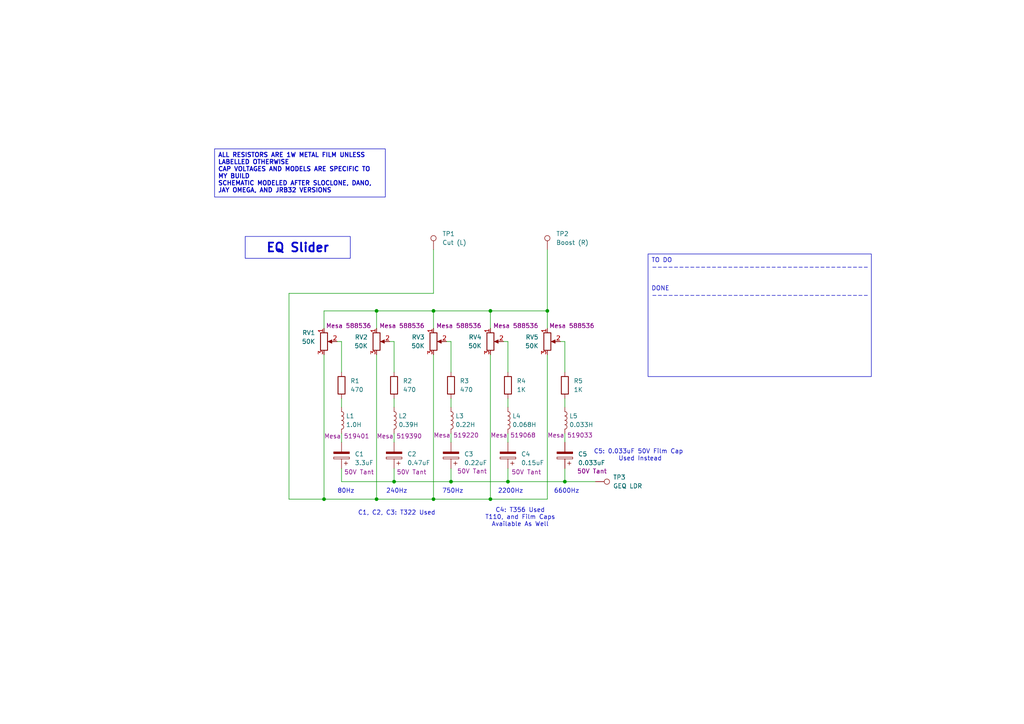
<source format=kicad_sch>
(kicad_sch (version 20250114) (generator "eeschema") (generator_version "9.0")
  (paper "A4")
  (lib_symbols
    (symbol "Connector:TestPoint" (pin_numbers (hide yes)) (pin_names (offset 0.762) (hide yes))
      (property "Reference" "TP" (at 0 6.858 0))
      (property "Value" "TestPoint" (at 0 5.08 0))
      (symbol "TestPoint_0_1"
        (circle (center 0 3.302) (radius 0.762))
      )
      (symbol "TestPoint_1_1"
        (pin passive line (at 0 0 90) (length 2.54) (name "1") (number "1"))
      )
    )
    (symbol "Device:C_Polarized" (pin_numbers (hide yes)) (pin_names (offset 0.254))
      (property "Reference" "C" (at 0.635 2.54 0))
      (property "Value" "C_Polarized" (at 0.635 -2.54 0))
      (symbol "C_Polarized_0_1"
        (rectangle (start -2.286 0.508) (end 2.286 1.016))
        (polyline (pts (xy -1.778 2.286) (xy -0.762 2.286)))
        (polyline (pts (xy -1.27 2.794) (xy -1.27 1.778)))
        (rectangle (start 2.286 -0.508) (end -2.286 -1.016) (fill (type outline)))
      )
      (symbol "C_Polarized_1_1"
        (pin passive line (at 0 3.81 270) (length 2.794) (name "~") (number "1"))
        (pin passive line (at 0 -3.81 90) (length 2.794) (name "~") (number "2"))
      )
    )
    (symbol "Device:L" (pin_numbers (hide yes)) (pin_names (offset 1.016) (hide yes))
      (property "Reference" "L" (at -1.27 0 90))
      (property "Value" "L" (at 1.905 0 90))
      (symbol "L_0_1"
        (arc (start 0 2.54) (mid 0.6323 1.905) (end 0 1.27))
        (arc (start 0 1.27) (mid 0.6323 0.635) (end 0 0))
        (arc (start 0 0) (mid 0.6323 -0.635) (end 0 -1.27))
        (arc (start 0 -1.27) (mid 0.6323 -1.905) (end 0 -2.54))
      )
      (symbol "L_1_1"
        (pin passive line (at 0 3.81 270) (length 1.27) (name "1") (number "1"))
        (pin passive line (at 0 -3.81 90) (length 1.27) (name "2") (number "2"))
      )
    )
    (symbol "Device:R" (pin_numbers (hide yes)) (pin_names (offset 0))
      (property "Reference" "R" (at 2.032 0 90))
      (property "Value" "R" (at 0 0 90))
      (symbol "R_0_1"
        (rectangle (start -1.016 -2.54) (end 1.016 2.54) (stroke (width 0.254)))
      )
      (symbol "R_1_1"
        (pin passive line (at 0 3.81 270) (length 1.27) (name "~") (number "1"))
        (pin passive line (at 0 -3.81 90) (length 1.27) (name "~") (number "2"))
      )
    )
    (symbol "Device:R_Potentiometer" (pin_names (offset 1.016) (hide yes))
      (property "Reference" "RV" (at -4.445 0 90))
      (property "Value" "R_Potentiometer" (at -2.54 0 90))
      (symbol "R_Potentiometer_0_1"
        (rectangle (start 1.016 2.54) (end -1.016 -2.54) (stroke (width 0.254)))
        (polyline (pts (xy 1.143 0) (xy 2.286 0.508) (xy 2.286 -0.508) (xy 1.143 0)) (fill (type outline)))
        (polyline (pts (xy 2.54 0) (xy 1.524 0)))
      )
      (symbol "R_Potentiometer_1_1"
        (pin passive line (at 0 3.81 270) (length 1.27) (name "1") (number "1"))
        (pin passive line (at 0 -3.81 90) (length 1.27) (name "3") (number "3"))
        (pin passive line (at 3.81 0 180) (length 1.27) (name "2") (number "2"))
      )
    )
  )
  (text "C5: 0.033uF 50V Film Cap \nUsed Instead" (at 185.674 132.08 0) (effects (font (size 1.27 1.27))))
  (text "750Hz" (at 131.318 142.494 0) (effects (font (size 1.27 1.27))))
  (text "80Hz" (at 100.33 142.494 0) (effects (font (size 1.27 1.27))))
  (text "240Hz" (at 115.062 142.494 0) (effects (font (size 1.27 1.27))))
  (text "6600Hz" (at 164.338 142.494 0) (effects (font (size 1.27 1.27))))
  (text "C4: T356 Used\nT110, and Film Caps\nAvailable As Well" (at 150.876 150.114 0) (effects (font (size 1.27 1.27))))
  (text "2200Hz" (at 148.082 142.494 0) (effects (font (size 1.27 1.27))))
  (text "C1, C2, C3: T322 Used" (at 115.062 148.844 0) (effects (font (size 1.27 1.27))))
  (text_box "ALL RESISTORS ARE 1W METAL FILM UNLESS LABELLED OTHERWISE\nCAP VOLTAGES AND MODELS ARE SPECIFIC TO MY BUILD\nSCHEMATIC MODELED AFTER SLOCLONE, DANO, JAY OMEGA, AND JRB32 VERSIONS" (at 62.23 43.18 0) (size 49.53 13.97) (margins 0.9525 0.9525 0.9525 0.9525) (effects (font (size 1.27 1.27) (thickness 0.254) (bold yes)) (justify left top)))
  (text_box "TO DO\n----------------------------------------\n\n\nDONE\n----------------------------------------\n" (at 187.96 73.66 0) (size 64.77 35.56) (margins 0.9525 0.9525 0.9525 0.9525) (effects (font (size 1.27 1.27)) (justify left top)))
  (text_box "EQ Slider" (at 71.12 68.58 0) (size 30.48 6.35) (margins 0.9525 0.9525 0.9525 0.9525) (effects (font (size 2.54 2.54) (thickness 0.508) (bold yes))))
  (junction (at 109.22 90.17))
  (junction (at 142.24 144.78))
  (junction (at 93.98 144.78))
  (junction (at 130.81 139.7))
  (junction (at 114.3 139.7))
  (junction (at 109.22 144.78))
  (junction (at 163.83 139.7))
  (junction (at 147.32 139.7))
  (junction (at 142.24 90.17))
  (junction (at 125.73 144.78))
  (junction (at 125.73 90.17))
  (junction (at 158.75 90.17))
  (wire (pts (xy 147.32 118.11) (xy 147.32 115.57)))
  (wire (pts (xy 163.83 99.06) (xy 163.83 107.95)))
  (wire (pts (xy 129.54 99.06) (xy 130.81 99.06)))
  (wire (pts (xy 163.83 135.89) (xy 163.83 139.7)))
  (wire (pts (xy 147.32 125.73) (xy 147.32 128.27)))
  (wire (pts (xy 163.83 125.73) (xy 163.83 128.27)))
  (wire (pts (xy 125.73 72.39) (xy 125.73 85.09)))
  (wire (pts (xy 158.75 90.17) (xy 158.75 72.39)))
  (wire (pts (xy 83.82 85.09) (xy 83.82 144.78)))
  (wire (pts (xy 130.81 125.73) (xy 130.81 128.27)))
  (wire (pts (xy 147.32 99.06) (xy 147.32 107.95)))
  (wire (pts (xy 158.75 90.17) (xy 158.75 95.25)))
  (wire (pts (xy 114.3 115.57) (xy 114.3 118.11)))
  (wire (pts (xy 130.81 118.11) (xy 130.81 115.57)))
  (wire (pts (xy 146.05 99.06) (xy 147.32 99.06)))
  (wire (pts (xy 114.3 125.73) (xy 114.3 128.27)))
  (wire (pts (xy 130.81 139.7) (xy 147.32 139.7)))
  (wire (pts (xy 109.22 102.87) (xy 109.22 144.78)))
  (wire (pts (xy 142.24 144.78) (xy 158.75 144.78)))
  (wire (pts (xy 99.06 125.73) (xy 99.06 128.27)))
  (wire (pts (xy 109.22 90.17) (xy 109.22 95.25)))
  (wire (pts (xy 83.82 144.78) (xy 93.98 144.78)))
  (wire (pts (xy 93.98 144.78) (xy 109.22 144.78)))
  (wire (pts (xy 99.06 139.7) (xy 114.3 139.7)))
  (wire (pts (xy 162.56 99.06) (xy 163.83 99.06)))
  (wire (pts (xy 114.3 99.06) (xy 114.3 107.95)))
  (wire (pts (xy 142.24 102.87) (xy 142.24 144.78)))
  (wire (pts (xy 125.73 85.09) (xy 83.82 85.09)))
  (wire (pts (xy 163.83 118.11) (xy 163.83 115.57)))
  (wire (pts (xy 125.73 90.17) (xy 142.24 90.17)))
  (wire (pts (xy 99.06 135.89) (xy 99.06 139.7)))
  (wire (pts (xy 93.98 95.25) (xy 93.98 90.17)))
  (wire (pts (xy 125.73 102.87) (xy 125.73 144.78)))
  (wire (pts (xy 130.81 135.89) (xy 130.81 139.7)))
  (wire (pts (xy 147.32 135.89) (xy 147.32 139.7)))
  (wire (pts (xy 99.06 118.11) (xy 99.06 115.57)))
  (wire (pts (xy 163.83 139.7) (xy 172.72 139.7)))
  (wire (pts (xy 125.73 90.17) (xy 125.73 95.25)))
  (wire (pts (xy 130.81 99.06) (xy 130.81 107.95)))
  (wire (pts (xy 142.24 90.17) (xy 142.24 95.25)))
  (wire (pts (xy 93.98 90.17) (xy 109.22 90.17)))
  (wire (pts (xy 125.73 144.78) (xy 142.24 144.78)))
  (wire (pts (xy 99.06 99.06) (xy 99.06 107.95)))
  (wire (pts (xy 113.03 99.06) (xy 114.3 99.06)))
  (wire (pts (xy 109.22 90.17) (xy 125.73 90.17)))
  (wire (pts (xy 109.22 144.78) (xy 125.73 144.78)))
  (wire (pts (xy 147.32 139.7) (xy 163.83 139.7)))
  (wire (pts (xy 158.75 144.78) (xy 158.75 102.87)))
  (wire (pts (xy 99.06 99.06) (xy 97.79 99.06)))
  (wire (pts (xy 114.3 139.7) (xy 130.81 139.7)))
  (wire (pts (xy 114.3 135.89) (xy 114.3 139.7)))
  (wire (pts (xy 142.24 90.17) (xy 158.75 90.17)))
  (wire (pts (xy 93.98 102.87) (xy 93.98 144.78)))
  (symbol (lib_id "Device:L") (at 99.06 121.92 0) (unit 1)
    (property "Reference" "L1" (at 100.33 120.6499 0) (effects (justify left)))
    (property "Value" "1.0H" (at 100.33 123.1899 0) (effects (justify left)))
    (property "Footprint" "HiroFootprints:MB Inductor" (effects (hide yes)))
    (property "Description" "Inductor" (effects (hide yes)))
    (property "Notes" "Mesa 519401" (at 100.584 126.492 0))
  )
  (symbol (lib_id "Device:R") (at 147.32 111.76 0) (unit 1)
    (property "Reference" "R4" (at 149.86 110.4899 0) (effects (justify left)))
    (property "Value" "1K" (at 149.86 113.0299 0) (effects (justify left)))
    (property "Footprint" "Resistor_THT:R_Axial_DIN0411_L9.9mm_D3.6mm_P15.24mm_Horizontal" (effects (hide yes)))
    (property "Description" "Resistor" (effects (hide yes)))
  )
  (symbol (lib_id "Device:L") (at 114.3 121.92 0) (unit 1)
    (property "Reference" "L2" (at 115.57 120.6499 0) (effects (justify left)))
    (property "Value" "0.39H" (at 115.57 123.1899 0) (effects (justify left)))
    (property "Footprint" "HiroFootprints:MB Inductor" (effects (hide yes)))
    (property "Description" "Inductor" (effects (hide yes)))
    (property "Notes" "Mesa 519390" (at 115.824 126.492 0))
  )
  (symbol (lib_id "Device:R") (at 99.06 111.76 0) (unit 1)
    (property "Reference" "R1" (at 101.6 110.4899 0) (effects (justify left)))
    (property "Value" "470" (at 101.6 113.0299 0) (effects (justify left)))
    (property "Footprint" "Resistor_THT:R_Axial_DIN0411_L9.9mm_D3.6mm_P15.24mm_Horizontal" (effects (hide yes)))
    (property "Description" "Resistor" (effects (hide yes)))
  )
  (symbol (lib_id "Device:C_Polarized") (at 147.32 132.08 180) (unit 1)
    (property "Reference" "C4" (at 151.13 131.6989 0) (effects (justify right)))
    (property "Value" "0.15uF" (at 151.13 134.2389 0) (effects (justify right)))
    (property "Footprint" "Capacitor_THT:CP_Radial_Tantal_D4.5mm_P5.00mm" (effects (hide yes)))
    (property "Description" "Polarized capacitor" (effects (hide yes)))
    (property "Notes" "50V Tant" (at 152.654 136.906 0))
  )
  (symbol (lib_id "Connector:TestPoint") (at 172.72 139.7 270) (unit 1)
    (property "Reference" "TP3" (at 177.8 138.4299 90) (effects (justify left)))
    (property "Value" "GEQ LDR" (at 177.8 140.9699 90) (effects (justify left)))
    (property "Footprint" "HiroFootprints:Out_Hole_3.4_1.8" (effects (hide yes)))
    (property "Description" "test point" (effects (hide yes)))
  )
  (symbol (lib_id "Device:C_Polarized") (at 163.83 132.08 180) (unit 1)
    (property "Reference" "C5" (at 167.64 131.6989 0) (effects (justify right)))
    (property "Value" "0.033uF" (at 167.64 134.2389 0) (effects (justify right)))
    (property "Footprint" "Capacitor_THT:C_Rect_L7.2mm_W2.5mm_P5.00mm_FKS2_FKP2_MKS2_MKP2" (effects (hide yes)))
    (property "Description" "Polarized capacitor" (effects (hide yes)))
    (property "Notes" "50V Tant" (at 171.704 136.652 0))
  )
  (symbol (lib_id "Device:R_Potentiometer") (at 158.75 99.06 0) (unit 1)
    (property "Reference" "RV5" (at 156.21 97.7899 0) (effects (justify right)))
    (property "Value" "50K" (at 156.21 100.3299 0) (effects (justify right)))
    (property "Footprint" "HiroFootprints:Mesa 588536" (effects (hide yes)))
    (property "Description" "Potentiometer" (effects (hide yes)))
    (property "Notes" "Mesa 588536" (at 165.862 94.488 0))
  )
  (symbol (lib_id "Device:R_Potentiometer") (at 142.24 99.06 0) (unit 1)
    (property "Reference" "RV4" (at 139.7 97.7899 0) (effects (justify right)))
    (property "Value" "50K" (at 139.7 100.3299 0) (effects (justify right)))
    (property "Footprint" "HiroFootprints:Mesa 588536" (effects (hide yes)))
    (property "Description" "Potentiometer" (effects (hide yes)))
    (property "Notes" "Mesa 588536" (at 149.606 94.488 0))
  )
  (symbol (lib_id "Device:R") (at 130.81 111.76 0) (unit 1)
    (property "Reference" "R3" (at 133.35 110.4899 0) (effects (justify left)))
    (property "Value" "470" (at 133.35 113.0299 0) (effects (justify left)))
    (property "Footprint" "Resistor_THT:R_Axial_DIN0411_L9.9mm_D3.6mm_P15.24mm_Horizontal" (effects (hide yes)))
    (property "Description" "Resistor" (effects (hide yes)))
  )
  (symbol (lib_id "Device:L") (at 163.83 121.92 0) (unit 1)
    (property "Reference" "L5" (at 165.1 120.6499 0) (effects (justify left)))
    (property "Value" "0.033H" (at 165.1 123.1899 0) (effects (justify left)))
    (property "Footprint" "HiroFootprints:MB Inductor" (effects (hide yes)))
    (property "Description" "Inductor" (effects (hide yes)))
    (property "Notes" "Mesa 519033" (at 165.354 126.238 0))
  )
  (symbol (lib_id "Device:L") (at 130.81 121.92 0) (unit 1)
    (property "Reference" "L3" (at 132.08 120.6499 0) (effects (justify left)))
    (property "Value" "0.22H" (at 132.08 123.1899 0) (effects (justify left)))
    (property "Footprint" "HiroFootprints:MB Inductor" (effects (hide yes)))
    (property "Description" "Inductor" (effects (hide yes)))
    (property "Notes" "Mesa 519220" (at 132.334 126.238 0))
  )
  (symbol (lib_id "Device:C_Polarized") (at 114.3 132.08 180) (unit 1)
    (property "Reference" "C2" (at 118.11 131.6989 0) (effects (justify right)))
    (property "Value" "0.47uF" (at 118.11 134.2389 0) (effects (justify right)))
    (property "Footprint" "Capacitor_THT:CP_Axial_L10.0mm_D4.5mm_P15.00mm_Horizontal" (effects (hide yes)))
    (property "Description" "Polarized capacitor" (effects (hide yes)))
    (property "Notes" "50V Tant" (at 119.38 136.906 0))
  )
  (symbol (lib_id "Device:R_Potentiometer") (at 93.98 99.06 0) (unit 1)
    (property "Reference" "RV1" (at 91.44 96.5199 0) (effects (justify right)))
    (property "Value" "50K" (at 91.44 99.0599 0) (effects (justify right)))
    (property "Footprint" "HiroFootprints:Mesa 588536" (effects (hide yes)))
    (property "Description" "Potentiometer" (effects (hide yes)))
    (property "Notes" "Mesa 588536" (at 107.696 94.488 0) (effects (justify right)))
  )
  (symbol (lib_id "Device:R_Potentiometer") (at 109.22 99.06 0) (unit 1)
    (property "Reference" "RV2" (at 106.68 97.7899 0) (effects (justify right)))
    (property "Value" "50K" (at 106.68 100.3299 0) (effects (justify right)))
    (property "Footprint" "HiroFootprints:Mesa 588536" (effects (hide yes)))
    (property "Description" "Potentiometer" (effects (hide yes)))
    (property "Notes" "Mesa 588536" (at 116.586 94.488 0))
  )
  (symbol (lib_id "Device:R") (at 163.83 111.76 0) (unit 1)
    (property "Reference" "R5" (at 166.37 110.4899 0) (effects (justify left)))
    (property "Value" "1K" (at 166.37 113.0299 0) (effects (justify left)))
    (property "Footprint" "Resistor_THT:R_Axial_DIN0411_L9.9mm_D3.6mm_P15.24mm_Horizontal" (effects (hide yes)))
    (property "Description" "Resistor" (effects (hide yes)))
  )
  (symbol (lib_id "Device:R") (at 114.3 111.76 0) (unit 1)
    (property "Reference" "R2" (at 116.84 110.4899 0) (effects (justify left)))
    (property "Value" "470" (at 116.84 113.0299 0) (effects (justify left)))
    (property "Footprint" "Resistor_THT:R_Axial_DIN0411_L9.9mm_D3.6mm_P15.24mm_Horizontal" (effects (hide yes)))
    (property "Description" "Resistor" (effects (hide yes)))
  )
  (symbol (lib_id "Device:C_Polarized") (at 99.06 132.08 180) (unit 1)
    (property "Reference" "C1" (at 102.87 131.6989 0) (effects (justify right)))
    (property "Value" "3.3uF" (at 102.87 134.2389 0) (effects (justify right)))
    (property "Footprint" "Capacitor_THT:CP_Axial_L11.0mm_D5.0mm_P18.00mm_Horizontal" (effects (hide yes)))
    (property "Description" "Polarized capacitor" (effects (hide yes)))
    (property "Notes" "50V Tant" (at 104.14 136.906 0))
  )
  (symbol (lib_id "Device:C_Polarized") (at 130.81 132.08 180) (unit 1)
    (property "Reference" "C3" (at 134.62 131.6989 0) (effects (justify right)))
    (property "Value" "0.22uF" (at 134.62 134.2389 0) (effects (justify right)))
    (property "Footprint" "Capacitor_THT:CP_Axial_L10.0mm_D4.5mm_P15.00mm_Horizontal" (effects (hide yes)))
    (property "Description" "Polarized capacitor" (effects (hide yes)))
    (property "Notes" "50V Tant" (at 136.906 136.652 0))
  )
  (symbol (lib_id "Device:L") (at 147.32 121.92 0) (unit 1)
    (property "Reference" "L4" (at 148.59 120.6499 0) (effects (justify left)))
    (property "Value" "0.068H" (at 148.59 123.1899 0) (effects (justify left)))
    (property "Footprint" "HiroFootprints:MB Inductor" (effects (hide yes)))
    (property "Description" "Inductor" (effects (hide yes)))
    (property "Notes" "Mesa 519068" (at 148.844 126.238 0))
  )
  (symbol (lib_id "Connector:TestPoint") (at 125.73 72.39 0) (unit 1)
    (property "Reference" "TP1" (at 128.27 67.8179 0) (effects (justify left)))
    (property "Value" "Cut (L)" (at 128.27 70.3579 0) (effects (justify left)))
    (property "Footprint" "HiroFootprints:Out_Hole_3.4_1.8" (effects (hide yes)))
    (property "Description" "test point" (effects (hide yes)))
  )
  (symbol (lib_id "Connector:TestPoint") (at 158.75 72.39 0) (unit 1)
    (property "Reference" "TP2" (at 161.29 67.8179 0) (effects (justify left)))
    (property "Value" "Boost (R)" (at 161.29 70.3579 0) (effects (justify left)))
    (property "Footprint" "HiroFootprints:Out_Hole_3.4_1.8" (effects (hide yes)))
    (property "Description" "test point" (effects (hide yes)))
  )
  (symbol (lib_id "Device:R_Potentiometer") (at 125.73 99.06 0) (unit 1)
    (property "Reference" "RV3" (at 123.19 97.7899 0) (effects (justify right)))
    (property "Value" "50K" (at 123.19 100.3299 0) (effects (justify right)))
    (property "Footprint" "HiroFootprints:Mesa 588536" (effects (hide yes)))
    (property "Description" "Potentiometer" (effects (hide yes)))
    (property "Notes" "Mesa 588536" (at 133.096 94.488 0))
  )
)
</source>
